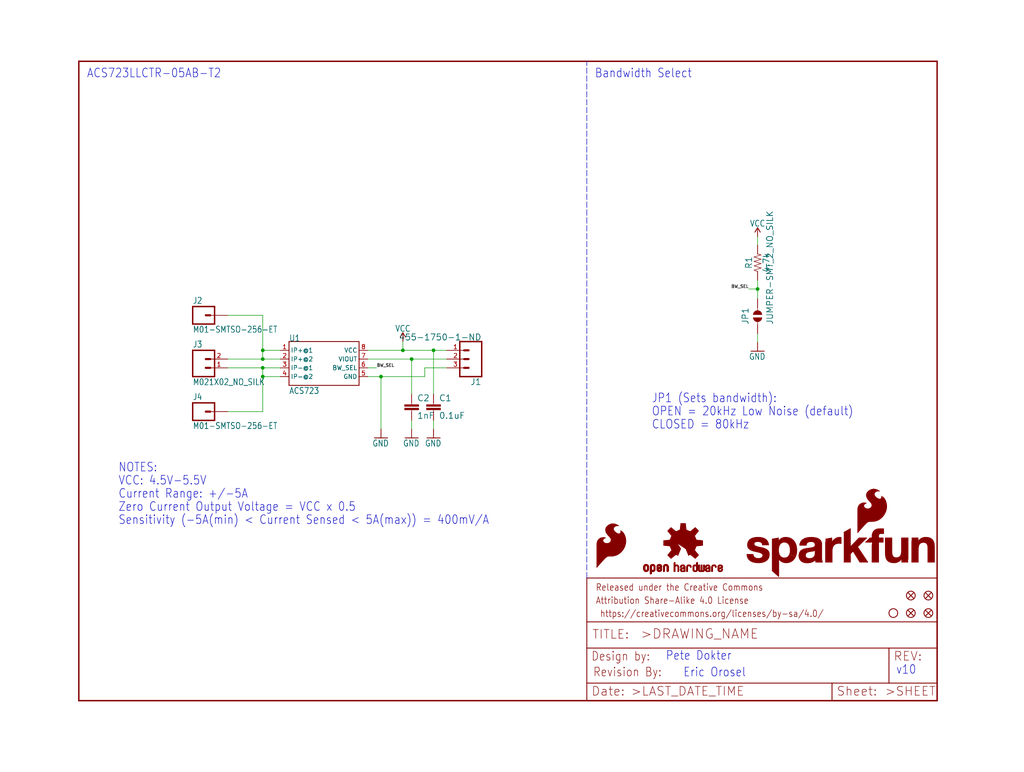
<source format=kicad_sch>
(kicad_sch (version 20211123) (generator eeschema)
  (paper "User" 297.002 223.926)
  (lib_symbols
    (symbol "schematicEagle-eagle-import:0.1UF-0603-25V-(+80{slash}-20%)"
      (property "Reference" "C" (at 1.524 2.921 0))
      (property "Value" "0.1UF-0603-25V-(+80{slash}-20%)" (at 1.524 -2.159 0))
      (symbol "0.1UF-0603-25V-(+80{slash}-20%)_1_0"
        (pin passive line (at 0 5.08 270) (length 2.54) (name "1") (number "1"))
        (pin passive line (at 0 -2.54 90) (length 2.54) (name "2") (number "2"))
      )
    )
    (symbol "schematicEagle-eagle-import:1.0NF{slash}1000PF-0603-50V-10%"
      (property "Reference" "C" (at 1.524 2.921 0))
      (property "Value" "1.0NF{slash}1000PF-0603-50V-10%" (at 1.524 -2.159 0))
      (symbol "1.0NF{slash}1000PF-0603-50V-10%_1_0"
        (pin passive line (at 0 5.08 270) (length 2.54) (name "1") (number "1"))
        (pin passive line (at 0 -2.54 90) (length 2.54) (name "2") (number "2"))
      )
    )
    (symbol "schematicEagle-eagle-import:4.7KOHM-0603-1{slash}10W-1%"
      (property "Reference" "R" (at 0 1.524 0))
      (property "Value" "4.7KOHM-0603-1{slash}10W-1%" (at 0 -1.524 0))
      (symbol "4.7KOHM-0603-1{slash}10W-1%_1_0"
        (pin passive line (at -5.08 0 0) (length 2.54) (name "1") (number "1"))
        (pin passive line (at 5.08 0 180) (length 2.54) (name "2") (number "2"))
      )
    )
    (symbol "schematicEagle-eagle-import:ACS723"
      (property "Value" "ACS723" (at -10.16 -7.62 0))
      (symbol "ACS723_1_0"
        (pin input line (at -12.7 5.08 0) (length 2.54) (name "IP+@1") (number "1"))
        (pin input line (at -12.7 2.54 0) (length 2.54) (name "IP+@2") (number "2"))
        (pin bidirectional line (at -12.7 0 0) (length 2.54) (name "IP-@1") (number "3"))
        (pin bidirectional line (at -12.7 -2.54 0) (length 2.54) (name "IP-@2") (number "4"))
        (pin bidirectional line (at 12.7 -2.54 180) (length 2.54) (name "GND") (number "5"))
        (pin bidirectional line (at 12.7 0 180) (length 2.54) (name "BW_SEL") (number "6"))
        (pin bidirectional line (at 12.7 2.54 180) (length 2.54) (name "VIOUT") (number "7"))
        (pin bidirectional line (at 12.7 5.08 180) (length 2.54) (name "VCC") (number "8"))
      )
    )
    (symbol "schematicEagle-eagle-import:CONN_03"
      (property "Reference" "J" (at -2.54 5.588 0))
      (property "Value" "CONN_03" (at -2.54 -7.366 0))
      (symbol "CONN_03_1_0"
        (pin passive line (at 7.62 -2.54 180) (length 5.08) (name "1") (number "1"))
        (pin passive line (at 7.62 0 180) (length 5.08) (name "2") (number "2"))
        (pin passive line (at 7.62 2.54 180) (length 5.08) (name "3") (number "3"))
      )
    )
    (symbol "schematicEagle-eagle-import:FIDUCIAL1X2")
    (symbol "schematicEagle-eagle-import:FRAME-LETTER"
      (symbol "FRAME-LETTER_2_0"
        (text " https://creativecommons.org/licenses/by-sa/4.0/" (at 2.54 24.13 0) (effects (font (size 1.9304 1.6408)) (justify left bottom)))
        (text ">DRAWING_NAME" (at 15.494 17.78 0) (effects (font (size 2.7432 2.7432)) (justify left bottom)))
        (text ">LAST_DATE_TIME" (at 12.7 1.27 0) (effects (font (size 2.54 2.54)) (justify left bottom)))
        (text ">SHEET" (at 86.36 1.27 0) (effects (font (size 2.54 2.54)) (justify left bottom)))
        (text "Attribution Share-Alike 4.0 License" (at 2.54 27.94 0) (effects (font (size 1.9304 1.6408)) (justify left bottom)))
        (text "Date:" (at 1.27 1.27 0) (effects (font (size 2.54 2.54)) (justify left bottom)))
        (text "Design by:" (at 1.27 11.43 0) (effects (font (size 2.54 2.159)) (justify left bottom)))
        (text "Released under the Creative Commons" (at 2.54 31.75 0) (effects (font (size 1.9304 1.6408)) (justify left bottom)))
        (text "REV:" (at 88.9 11.43 0) (effects (font (size 2.54 2.54)) (justify left bottom)))
        (text "Sheet:" (at 72.39 1.27 0) (effects (font (size 2.54 2.54)) (justify left bottom)))
        (text "TITLE:" (at 1.524 17.78 0) (effects (font (size 2.54 2.54)) (justify left bottom)))
      )
    )
    (symbol "schematicEagle-eagle-import:GND" (power)
      (property "Value" "GND" (at -2.54 -2.54 0))
      (symbol "GND_1_0"
        (pin power_in line (at 0 2.54 270) (length 2.54) (name "GND") (number "1"))
      )
    )
    (symbol "schematicEagle-eagle-import:JUMPER-SMT_2_NO_SILK"
      (property "Reference" "JP" (at -2.54 2.54 0))
      (property "Value" "JUMPER-SMT_2_NO_SILK" (at -2.54 -2.54 0))
      (symbol "JUMPER-SMT_2_NO_SILK_1_0"
        (pin passive line (at -5.08 0 0) (length 2.54) (name "1") (number "1"))
        (pin passive line (at 5.08 0 180) (length 2.54) (name "2") (number "2"))
      )
    )
    (symbol "schematicEagle-eagle-import:M01-SMTSO-256-ET"
      (property "Reference" "JP" (at -2.54 3.302 0))
      (property "Value" "M01-SMTSO-256-ET" (at -2.54 -5.08 0))
      (symbol "M01-SMTSO-256-ET_1_0"
        (pin passive line (at 7.62 0 180) (length 5.08) (name "1") (number "P$1"))
      )
    )
    (symbol "schematicEagle-eagle-import:M021X02_NO_SILK"
      (property "Reference" "JP" (at -2.54 5.842 0))
      (property "Value" "M021X02_NO_SILK" (at -2.54 -5.08 0))
      (symbol "M021X02_NO_SILK_1_0"
        (pin passive line (at 7.62 0 180) (length 5.08) (name "1") (number "1"))
        (pin passive line (at 7.62 2.54 180) (length 5.08) (name "2") (number "2"))
      )
    )
    (symbol "schematicEagle-eagle-import:OSHW-LOGOM")
    (symbol "schematicEagle-eagle-import:REVISION"
      (symbol "REVISION_1_0"
        (text "Revision By: " (at 0 0 0) (effects (font (size 2.54 2.159)) (justify left bottom)))
      )
    )
    (symbol "schematicEagle-eagle-import:SFE_LOGO_FLAME.1_INCH")
    (symbol "schematicEagle-eagle-import:SFE_LOGO_NAME_FLAME.1_INCH")
    (symbol "schematicEagle-eagle-import:STAND-OFFTIGHT")
    (symbol "schematicEagle-eagle-import:VCC" (power)
      (property "Value" "VCC" (at 0 2.794 0))
      (symbol "VCC_1_0"
        (pin power_in line (at 0 0 90) (length 2.54) (name "VCC") (number "1"))
      )
    )
  )
  (junction (at 76.2 106.68))
  (junction (at 76.2 109.22))
  (junction (at 119.38 104.14))
  (junction (at 116.84 101.6))
  (junction (at 219.71 83.82))
  (junction (at 110.49 109.22))
  (junction (at 76.2 104.14))
  (junction (at 125.73 101.6))
  (junction (at 76.2 101.6))
  (wire (pts (xy 219.71 83.82) (xy 219.71 86.614)))
  (wire (pts (xy 110.49 109.22) (xy 106.68 109.22)))
  (wire (pts (xy 116.84 101.6) (xy 125.73 101.6)))
  (wire (pts (xy 110.49 109.22) (xy 110.49 124.46)))
  (wire (pts (xy 81.28 104.14) (xy 76.2 104.14)))
  (wire (pts (xy 119.38 104.14) (xy 129.54 104.14)))
  (wire (pts (xy 219.71 99.314) (xy 219.71 96.774)))
  (wire (pts (xy 66.04 106.68) (xy 76.2 106.68)))
  (wire (pts (xy 76.2 106.68) (xy 76.2 109.22)))
  (wire (pts (xy 76.2 104.14) (xy 76.2 101.6)))
  (wire (pts (xy 81.28 109.22) (xy 76.2 109.22)))
  (wire (pts (xy 219.71 71.12) (xy 219.71 68.58)))
  (wire (pts (xy 106.68 101.6) (xy 116.84 101.6)))
  (wire (pts (xy 66.04 91.44) (xy 76.2 91.44)))
  (wire (pts (xy 76.2 109.22) (xy 76.2 119.38)))
  (wire (pts (xy 76.2 91.44) (xy 76.2 101.6)))
  (wire (pts (xy 110.49 109.22) (xy 123.19 109.22)))
  (wire (pts (xy 123.19 109.22) (xy 123.19 106.68)))
  (wire (pts (xy 219.71 83.82) (xy 217.17 83.82)))
  (wire (pts (xy 125.73 101.6) (xy 129.54 101.6)))
  (wire (pts (xy 76.2 101.6) (xy 81.28 101.6)))
  (wire (pts (xy 123.19 106.68) (xy 129.54 106.68)))
  (wire (pts (xy 76.2 119.38) (xy 66.04 119.38)))
  (wire (pts (xy 106.68 104.14) (xy 119.38 104.14)))
  (wire (pts (xy 116.84 101.6) (xy 116.84 99.06)))
  (wire (pts (xy 119.38 104.14) (xy 119.38 114.3)))
  (wire (pts (xy 219.71 81.28) (xy 219.71 83.82)))
  (wire (pts (xy 66.04 104.14) (xy 76.2 104.14)))
  (wire (pts (xy 125.73 114.3) (xy 125.73 101.6)))
  (polyline (pts (xy 170.18 167.64) (xy 170.18 17.78)))
  (wire (pts (xy 106.68 106.68) (xy 109.22 106.68)))
  (wire (pts (xy 119.38 121.92) (xy 119.38 124.46)))
  (wire (pts (xy 81.28 106.68) (xy 76.2 106.68)))
  (wire (pts (xy 125.73 121.92) (xy 125.73 124.46)))
  (text "Pete Dokter" (at 193.04 191.77 180) (effects (font (size 2.54 2.159)) (justify left bottom)))
  (text "OPEN = 20kHz Low Noise (default)" (at 188.976 120.904 180) (effects (font (size 2.54 2.159)) (justify left bottom)))
  (text "Sensitivity (-5A(min) < Current Sensed < 5A(max)) = 400mV/A" (at 34.29 152.4 0) (effects (font (size 2.54 2.159)) (justify left bottom)))
  (text "JP1 (Sets bandwidth):" (at 188.976 117.094 180) (effects (font (size 2.54 2.159)) (justify left bottom)))
  (text "v10" (at 259.842 195.834 180) (effects (font (size 2.54 2.159)) (justify left bottom)))
  (text "Bandwidth Select" (at 172.466 22.86 180) (effects (font (size 2.54 2.159)) (justify left bottom)))
  (text "VCC: 4.5V-5.5V" (at 34.29 140.97 180) (effects (font (size 2.54 2.159)) (justify left bottom)))
  (text "Eric Orosel" (at 198.12 196.596 180) (effects (font (size 2.54 2.159)) (justify left bottom)))
  (text "Current Range: +/-5A" (at 34.29 144.78 180) (effects (font (size 2.54 2.159)) (justify left bottom)))
  (text "CLOSED = 80kHz" (at 188.976 124.714 180) (effects (font (size 2.54 2.159)) (justify left bottom)))
  (text "Zero Current Output Voltage = VCC x 0.5" (at 34.29 148.59 180) (effects (font (size 2.54 2.159)) (justify left bottom)))
  (text "ACS723LLCTR-05AB-T2" (at 25.146 22.86 180) (effects (font (size 2.54 2.159)) (justify left bottom)))
  (text "NOTES:" (at 34.29 137.16 180) (effects (font (size 2.54 2.159)) (justify left bottom)))
  (label "BW_SEL" (at 109.22 106.68 0) (effects (font (size 0.889 0.889))))
  (label "BW_SEL" (at 217.17 83.82 180) (effects (font (size 0.889 0.889))))
  (symbol (lib_id "schematicEagle-eagle-import:FIDUCIAL1X2") (at 264.16 177.8 0) (unit 1)
    (property "Reference" "FD4" (effects hide))
    (property "Value" "FIDUCIAL1X2" (effects hide))
    (property "Footprint" "schematicEagle:FIDUCIAL-1X2" (effects hide))
  )
  (symbol (lib_id "schematicEagle-eagle-import:REVISION") (at 171.958 196.342 0) (unit 1)
    (property "Reference" "U$1" (effects hide))
    (property "Value" "REVISION" (effects hide))
    (property "Footprint" "schematicEagle:REVISION" (effects hide))
  )
  (symbol (lib_id "schematicEagle-eagle-import:GND") (at 125.73 127 0) (unit 1)
    (property "Reference" "#GND2" (effects hide))
    (property "Value" "GND" (at 123.19 129.54 0) (effects (font (size 1.778 1.5113)) (justify left bottom)))
    (property "Footprint" "schematicEagle:" (effects hide))
  )
  (symbol (lib_id "schematicEagle-eagle-import:ACS723") (at 93.98 106.68 0) (unit 1)
    (property "Reference" "U1" (at 83.82 99.06 0) (effects (font (size 1.778 1.5113)) (justify left bottom)))
    (property "Value" "ACS723" (at 83.82 114.3 0) (effects (font (size 1.778 1.5113)) (justify left bottom)))
    (property "Footprint" "schematicEagle:SO08" (effects hide))
  )
  (symbol (lib_id "schematicEagle-eagle-import:STAND-OFFTIGHT") (at 259.08 177.8 0) (unit 1)
    (property "Reference" "JP3" (effects hide))
    (property "Value" "STAND-OFFTIGHT" (effects hide))
    (property "Footprint" "schematicEagle:STAND-OFF-TIGHT" (effects hide))
  )
  (symbol (lib_id "schematicEagle-eagle-import:GND") (at 110.49 127 0) (unit 1)
    (property "Reference" "#GND1" (effects hide))
    (property "Value" "GND" (at 107.95 129.54 0) (effects (font (size 1.778 1.5113)) (justify left bottom)))
    (property "Footprint" "schematicEagle:" (effects hide))
  )
  (symbol (lib_id "schematicEagle-eagle-import:M01-SMTSO-256-ET") (at 58.42 91.44 0) (unit 1)
    (property "Reference" "J2" (at 55.88 88.138 0) (effects (font (size 1.778 1.5113)) (justify left bottom)))
    (property "Value" "M01-SMTSO-256-ET" (at 55.88 96.52 0) (effects (font (size 1.778 1.5113)) (justify left bottom)))
    (property "Footprint" "schematicEagle:SMTSO-256-ET" (effects hide))
  )
  (symbol (lib_id "schematicEagle-eagle-import:CONN_03") (at 137.16 104.14 180) (unit 1)
    (property "Reference" "J1" (at 139.7 109.728 0) (effects (font (size 1.778 1.778)) (justify left bottom)))
    (property "Value" "455-1750-1-ND" (at 139.7 96.774 0) (effects (font (size 1.778 1.778)) (justify left bottom)))
    (property "Footprint" "schematicEagle:1X03" (effects hide))
  )
  (symbol (lib_id "schematicEagle-eagle-import:1.0NF{slash}1000PF-0603-50V-10%") (at 119.38 119.38 0) (unit 1)
    (property "Reference" "C2" (at 120.904 116.459 0) (effects (font (size 1.778 1.778)) (justify left bottom)))
    (property "Value" "1nF" (at 120.904 121.539 0) (effects (font (size 1.778 1.778)) (justify left bottom)))
    (property "Footprint" "schematicEagle:0603" (effects hide))
  )
  (symbol (lib_id "schematicEagle-eagle-import:FRAME-LETTER") (at 170.18 203.2 0) (unit 2)
    (property "Reference" "FRAME1" (effects hide))
    (property "Value" "FRAME-LETTER" (effects hide))
    (property "Footprint" "schematicEagle:CREATIVE_COMMONS" (effects hide))
  )
  (symbol (lib_id "schematicEagle-eagle-import:FIDUCIAL1X2") (at 269.24 177.8 0) (unit 1)
    (property "Reference" "FD5" (effects hide))
    (property "Value" "FIDUCIAL1X2" (effects hide))
    (property "Footprint" "schematicEagle:FIDUCIAL-1X2" (effects hide))
  )
  (symbol (lib_id "schematicEagle-eagle-import:SFE_LOGO_NAME_FLAME.1_INCH") (at 215.9 167.64 0) (unit 1)
    (property "Reference" "LOGO3" (effects hide))
    (property "Value" "SFE_LOGO_NAME_FLAME.1_INCH" (effects hide))
    (property "Footprint" "schematicEagle:SFE_LOGO_NAME_FLAME_.1" (effects hide))
  )
  (symbol (lib_id "schematicEagle-eagle-import:0.1UF-0603-25V-(+80{slash}-20%)") (at 125.73 119.38 0) (unit 1)
    (property "Reference" "C1" (at 127.254 116.459 0) (effects (font (size 1.778 1.778)) (justify left bottom)))
    (property "Value" "0.1uF" (at 127.254 121.539 0) (effects (font (size 1.778 1.778)) (justify left bottom)))
    (property "Footprint" "schematicEagle:0603" (effects hide))
  )
  (symbol (lib_id "schematicEagle-eagle-import:OSHW-LOGOM") (at 198.12 157.48 0) (unit 1)
    (property "Reference" "LOGO4" (effects hide))
    (property "Value" "OSHW-LOGOM" (effects hide))
    (property "Footprint" "schematicEagle:OSHW-LOGO-M" (effects hide))
  )
  (symbol (lib_id "schematicEagle-eagle-import:M021X02_NO_SILK") (at 58.42 106.68 0) (unit 1)
    (property "Reference" "J3" (at 55.88 100.838 0) (effects (font (size 1.778 1.5113)) (justify left bottom)))
    (property "Value" "M021X02_NO_SILK" (at 55.88 111.76 0) (effects (font (size 1.778 1.5113)) (justify left bottom)))
    (property "Footprint" "schematicEagle:1X02_NO_SILK@1" (effects hide))
  )
  (symbol (lib_id "schematicEagle-eagle-import:GND") (at 119.38 127 0) (unit 1)
    (property "Reference" "#GND3" (effects hide))
    (property "Value" "GND" (at 116.84 129.54 0) (effects (font (size 1.778 1.5113)) (justify left bottom)))
    (property "Footprint" "schematicEagle:" (effects hide))
  )
  (symbol (lib_id "schematicEagle-eagle-import:SFE_LOGO_FLAME.1_INCH") (at 172.72 165.1 0) (unit 1)
    (property "Reference" "LOGO1" (effects hide))
    (property "Value" "SFE_LOGO_FLAME.1_INCH" (effects hide))
    (property "Footprint" "schematicEagle:SFE_LOGO_FLAME_.1" (effects hide))
  )
  (symbol (lib_id "schematicEagle-eagle-import:FIDUCIAL1X2") (at 264.16 172.72 0) (unit 1)
    (property "Reference" "FD3" (effects hide))
    (property "Value" "FIDUCIAL1X2" (effects hide))
    (property "Footprint" "schematicEagle:FIDUCIAL-1X2" (effects hide))
  )
  (symbol (lib_id "schematicEagle-eagle-import:VCC") (at 219.71 68.58 0) (unit 1)
    (property "Reference" "#SUPPLY2" (effects hide))
    (property "Value" "VCC" (at 219.71 65.786 0) (effects (font (size 1.778 1.5113)) (justify bottom)))
    (property "Footprint" "schematicEagle:" (effects hide))
  )
  (symbol (lib_id "schematicEagle-eagle-import:FRAME-LETTER") (at 22.86 203.2 0) (unit 1)
    (property "Reference" "FRAME1" (effects hide))
    (property "Value" "FRAME-LETTER" (effects hide))
    (property "Footprint" "schematicEagle:CREATIVE_COMMONS" (effects hide))
  )
  (symbol (lib_id "schematicEagle-eagle-import:4.7KOHM-0603-1{slash}10W-1%") (at 219.71 76.2 90) (unit 1)
    (property "Reference" "R1" (at 218.186 76.2 0) (effects (font (size 1.778 1.778)) (justify bottom)))
    (property "Value" "4.7k" (at 221.234 76.2 0) (effects (font (size 1.778 1.778)) (justify top)))
    (property "Footprint" "schematicEagle:0603" (effects hide))
  )
  (symbol (lib_id "schematicEagle-eagle-import:M01-SMTSO-256-ET") (at 58.42 119.38 0) (unit 1)
    (property "Reference" "J4" (at 55.88 116.078 0) (effects (font (size 1.778 1.5113)) (justify left bottom)))
    (property "Value" "M01-SMTSO-256-ET" (at 55.88 124.46 0) (effects (font (size 1.778 1.5113)) (justify left bottom)))
    (property "Footprint" "schematicEagle:SMTSO-256-ET" (effects hide))
  )
  (symbol (lib_id "schematicEagle-eagle-import:FIDUCIAL1X2") (at 269.24 172.72 0) (unit 1)
    (property "Reference" "FD2" (effects hide))
    (property "Value" "FIDUCIAL1X2" (effects hide))
    (property "Footprint" "schematicEagle:FIDUCIAL-1X2" (effects hide))
  )
  (symbol (lib_id "schematicEagle-eagle-import:GND") (at 219.71 101.854 0) (unit 1)
    (property "Reference" "#GND4" (effects hide))
    (property "Value" "GND" (at 217.17 104.394 0) (effects (font (size 1.778 1.5113)) (justify left bottom)))
    (property "Footprint" "schematicEagle:" (effects hide))
  )
  (symbol (lib_id "schematicEagle-eagle-import:JUMPER-SMT_2_NO_SILK") (at 219.71 91.694 90) (unit 1)
    (property "Reference" "JP1" (at 217.17 94.234 0) (effects (font (size 1.778 1.778)) (justify left bottom)))
    (property "Value" "JUMPER-SMT_2_NO_SILK" (at 222.25 94.234 0) (effects (font (size 1.778 1.778)) (justify left top)))
    (property "Footprint" "schematicEagle:SMT-JUMPER_2_NO_SILK" (effects hide))
  )
  (symbol (lib_id "schematicEagle-eagle-import:VCC") (at 116.84 99.06 0) (unit 1)
    (property "Reference" "#SUPPLY1" (effects hide))
    (property "Value" "VCC" (at 116.84 96.266 0) (effects (font (size 1.778 1.5113)) (justify bottom)))
    (property "Footprint" "schematicEagle:" (effects hide))
  )
)
</source>
